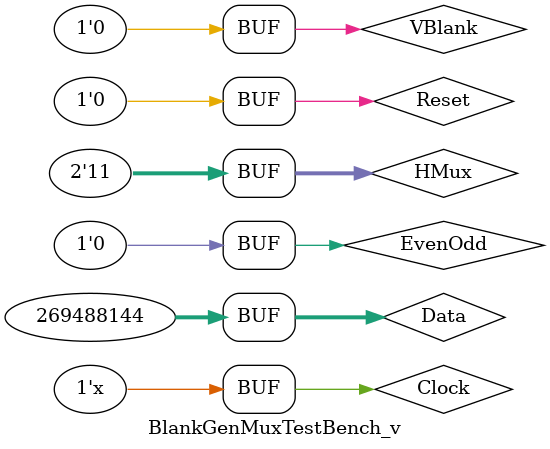
<source format=v>
`timescale		1 ns/1 ps		// Display things in ns, compute them in ps
`define HalfCycle	18.518		// Half of the clock cycle time in nanoseconds
`define Cycle		(`HalfCycle * 2)	// Didn't you learn to multiply?
`define ActiveCycles	65536			// Change this to hold the buttons down for longer!

////////////////////////////////////////////////////////////////////////////////
// Company: 
// Engineer:
//
// Create Date:   03:39:08 10/20/2006
// Design Name:   BlankGenMux
// Module Name:   U:/Checkpoint2/Checkpoint2/BlankGenMuxTestBench.v
// Project Name:  Checkpoint2
// Target Device:  
// Tool versions:  
// Description: 
//
// Verilog Test Fixture created by ISE for module: BlankGenMux
//
// Dependencies:
// 
// Revision:
// Revision 0.01 - File Created
// Additional Comments:
// 
////////////////////////////////////////////////////////////////////////////////

module BlankGenMuxTestBench_v;

	// Inputs
	reg Clock;
	reg Reset;
	reg VBlank;
	reg [1:0] HMux;
	reg [31:0] Data;
	reg EvenOdd;

	// Outputs
	wire [31:0] DOut;
	
	//---------------------------------------------------------------
	//	Clock Source
	//		This section will generate a clock signal,
	//		turning it on and off according the HalfCycle
	//		time, in this case it will generate a 27MHz clock
	//		THIS COULD NEVER BE SYNTHESIZED
	//---------------------------------------------------------------
	initial Clock =		1'b1;		// We need to start at 1'b0, otherwise clock will always be 1'bx
	always #(`HalfCycle) Clock =	~Clock;	// Every half clock cycle, invert the clock
	//---------------------------------------------------------------

	// Instantiate the Unit Under Test (UUT)
	BlankGenMux uut (
		.Clock(Clock),
		.Reset(Reset),
		.VBlank(VBlank), 
		.HMux(HMux), 
		.Data(Data), 
		.DOut(DOut), 
		.EvenOdd(EvenOdd)
	);

	initial begin
		// Initialize Inputs
		Reset = 1'b1;
		VBlank = 1'b1;
		HMux = 2'b00;
		Data = 32'hF000000F;
		EvenOdd = 0;

		#(`Cycle*5);
		Reset = 1'b0;
		#(`Cycle);
		VBlank = 1'b0;
		Data = 32'h10101010;
		#(`Cycle*5);
		#(`Cycle*5);
		HMux = 2'b10;
		#(`Cycle*5);
		HMux = 2'b11;
		// Add stimulus here

	end
      
endmodule


</source>
